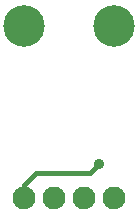
<source format=gbr>
G04 EAGLE Gerber RS-274X export*
G75*
%MOMM*%
%FSLAX34Y34*%
%LPD*%
%INBottom Copper*%
%IPPOS*%
%AMOC8*
5,1,8,0,0,1.08239X$1,22.5*%
G01*
%ADD10C,3.516000*%
%ADD11C,1.930400*%
%ADD12C,0.906400*%
%ADD13C,0.406400*%


D10*
X25400Y165100D03*
X101600Y165100D03*
D11*
X25400Y19050D03*
X50800Y19050D03*
X76200Y19050D03*
X101600Y19050D03*
D12*
X88900Y48260D03*
D13*
X81280Y40640D01*
X35560Y40640D01*
X25400Y30480D01*
X25400Y19050D01*
M02*

</source>
